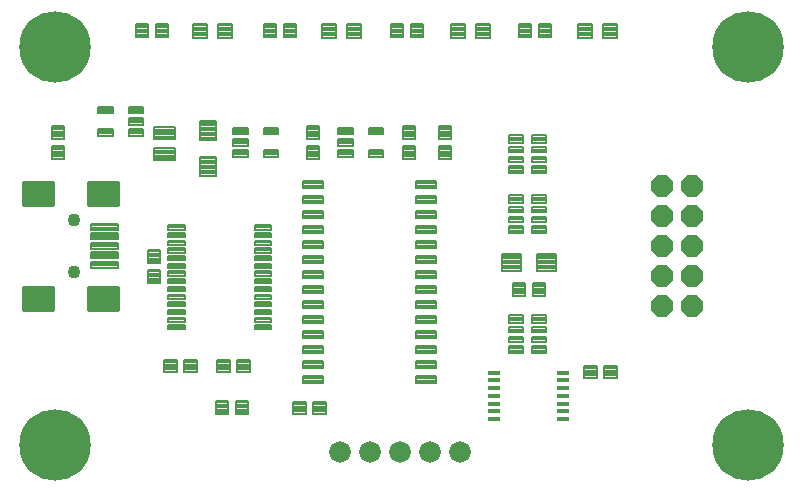
<source format=gts>
G75*
G70*
%OFA0B0*%
%FSLAX24Y24*%
%IPPOS*%
%LPD*%
%AMOC8*
5,1,8,0,0,1.08239X$1,22.5*
%
%ADD10C,0.0081*%
%ADD11C,0.0083*%
%ADD12C,0.0082*%
%ADD13C,0.0080*%
%ADD14C,0.0080*%
%ADD15C,0.0082*%
%ADD16R,0.0394X0.0177*%
%ADD17C,0.0720*%
%ADD18OC8,0.0720*%
%ADD19C,0.0081*%
%ADD20C,0.2380*%
%ADD21C,0.0087*%
%ADD22C,0.0434*%
%ADD23C,0.0081*%
%ADD24C,0.0082*%
D10*
X008150Y008284D02*
X008544Y008284D01*
X008544Y007852D01*
X008150Y007852D01*
X008150Y008284D01*
X008150Y007932D02*
X008544Y007932D01*
X008544Y008012D02*
X008150Y008012D01*
X008150Y008092D02*
X008544Y008092D01*
X008544Y008172D02*
X008150Y008172D01*
X008150Y008252D02*
X008544Y008252D01*
X008820Y008284D02*
X009214Y008284D01*
X009214Y007852D01*
X008820Y007852D01*
X008820Y008284D01*
X008820Y007932D02*
X009214Y007932D01*
X009214Y008012D02*
X008820Y008012D01*
X008820Y008092D02*
X009214Y008092D01*
X009214Y008172D02*
X008820Y008172D01*
X008820Y008252D02*
X009214Y008252D01*
X010731Y008265D02*
X011163Y008265D01*
X011163Y007871D01*
X010731Y007871D01*
X010731Y008265D01*
X010731Y007951D02*
X011163Y007951D01*
X011163Y008031D02*
X010731Y008031D01*
X010731Y008111D02*
X011163Y008111D01*
X011163Y008191D02*
X010731Y008191D01*
X011401Y008265D02*
X011833Y008265D01*
X011833Y007871D01*
X011401Y007871D01*
X011401Y008265D01*
X011401Y007951D02*
X011833Y007951D01*
X011833Y008031D02*
X011401Y008031D01*
X011401Y008111D02*
X011833Y008111D01*
X011833Y008191D02*
X011401Y008191D01*
X009283Y009665D02*
X008851Y009665D01*
X009283Y009665D02*
X009283Y009271D01*
X008851Y009271D01*
X008851Y009665D01*
X008851Y009351D02*
X009283Y009351D01*
X009283Y009431D02*
X008851Y009431D01*
X008851Y009511D02*
X009283Y009511D01*
X009283Y009591D02*
X008851Y009591D01*
X008613Y009665D02*
X008181Y009665D01*
X008613Y009665D02*
X008613Y009271D01*
X008181Y009271D01*
X008181Y009665D01*
X008181Y009351D02*
X008613Y009351D01*
X008613Y009431D02*
X008181Y009431D01*
X008181Y009511D02*
X008613Y009511D01*
X008613Y009591D02*
X008181Y009591D01*
X007533Y009665D02*
X007101Y009665D01*
X007533Y009665D02*
X007533Y009271D01*
X007101Y009271D01*
X007101Y009665D01*
X007101Y009351D02*
X007533Y009351D01*
X007533Y009431D02*
X007101Y009431D01*
X007101Y009511D02*
X007533Y009511D01*
X007533Y009591D02*
X007101Y009591D01*
X006863Y009665D02*
X006431Y009665D01*
X006863Y009665D02*
X006863Y009271D01*
X006431Y009271D01*
X006431Y009665D01*
X006431Y009351D02*
X006863Y009351D01*
X006863Y009431D02*
X006431Y009431D01*
X006431Y009511D02*
X006863Y009511D01*
X006863Y009591D02*
X006431Y009591D01*
X005885Y012217D02*
X005885Y012649D01*
X006279Y012649D01*
X006279Y012217D01*
X005885Y012217D01*
X005885Y012297D02*
X006279Y012297D01*
X006279Y012377D02*
X005885Y012377D01*
X005885Y012457D02*
X006279Y012457D01*
X006279Y012537D02*
X005885Y012537D01*
X005885Y012617D02*
X006279Y012617D01*
X005885Y012886D02*
X005885Y013318D01*
X006279Y013318D01*
X006279Y012886D01*
X005885Y012886D01*
X005885Y012966D02*
X006279Y012966D01*
X006279Y013046D02*
X005885Y013046D01*
X005885Y013126D02*
X006279Y013126D01*
X006279Y013206D02*
X005885Y013206D01*
X005885Y013286D02*
X006279Y013286D01*
X002685Y016367D02*
X002685Y016799D01*
X003079Y016799D01*
X003079Y016367D01*
X002685Y016367D01*
X002685Y016447D02*
X003079Y016447D01*
X003079Y016527D02*
X002685Y016527D01*
X002685Y016607D02*
X003079Y016607D01*
X003079Y016687D02*
X002685Y016687D01*
X002685Y016767D02*
X003079Y016767D01*
X002685Y017036D02*
X002685Y017468D01*
X003079Y017468D01*
X003079Y017036D01*
X002685Y017036D01*
X002685Y017116D02*
X003079Y017116D01*
X003079Y017196D02*
X002685Y017196D01*
X002685Y017276D02*
X003079Y017276D01*
X003079Y017356D02*
X002685Y017356D01*
X002685Y017436D02*
X003079Y017436D01*
X005500Y020860D02*
X005894Y020860D01*
X005894Y020428D01*
X005500Y020428D01*
X005500Y020860D01*
X005500Y020508D02*
X005894Y020508D01*
X005894Y020588D02*
X005500Y020588D01*
X005500Y020668D02*
X005894Y020668D01*
X005894Y020748D02*
X005500Y020748D01*
X005500Y020828D02*
X005894Y020828D01*
X006170Y020860D02*
X006564Y020860D01*
X006564Y020428D01*
X006170Y020428D01*
X006170Y020860D01*
X006170Y020508D02*
X006564Y020508D01*
X006564Y020588D02*
X006170Y020588D01*
X006170Y020668D02*
X006564Y020668D01*
X006564Y020748D02*
X006170Y020748D01*
X006170Y020828D02*
X006564Y020828D01*
X009750Y020860D02*
X010144Y020860D01*
X010144Y020428D01*
X009750Y020428D01*
X009750Y020860D01*
X009750Y020508D02*
X010144Y020508D01*
X010144Y020588D02*
X009750Y020588D01*
X009750Y020668D02*
X010144Y020668D01*
X010144Y020748D02*
X009750Y020748D01*
X009750Y020828D02*
X010144Y020828D01*
X010420Y020860D02*
X010814Y020860D01*
X010814Y020428D01*
X010420Y020428D01*
X010420Y020860D01*
X010420Y020508D02*
X010814Y020508D01*
X010814Y020588D02*
X010420Y020588D01*
X010420Y020668D02*
X010814Y020668D01*
X010814Y020748D02*
X010420Y020748D01*
X010420Y020828D02*
X010814Y020828D01*
X014000Y020860D02*
X014394Y020860D01*
X014394Y020428D01*
X014000Y020428D01*
X014000Y020860D01*
X014000Y020508D02*
X014394Y020508D01*
X014394Y020588D02*
X014000Y020588D01*
X014000Y020668D02*
X014394Y020668D01*
X014394Y020748D02*
X014000Y020748D01*
X014000Y020828D02*
X014394Y020828D01*
X014670Y020860D02*
X015064Y020860D01*
X015064Y020428D01*
X014670Y020428D01*
X014670Y020860D01*
X014670Y020508D02*
X015064Y020508D01*
X015064Y020588D02*
X014670Y020588D01*
X014670Y020668D02*
X015064Y020668D01*
X015064Y020748D02*
X014670Y020748D01*
X014670Y020828D02*
X015064Y020828D01*
X018250Y020860D02*
X018644Y020860D01*
X018644Y020428D01*
X018250Y020428D01*
X018250Y020860D01*
X018250Y020508D02*
X018644Y020508D01*
X018644Y020588D02*
X018250Y020588D01*
X018250Y020668D02*
X018644Y020668D01*
X018644Y020748D02*
X018250Y020748D01*
X018250Y020828D02*
X018644Y020828D01*
X018920Y020860D02*
X019314Y020860D01*
X019314Y020428D01*
X018920Y020428D01*
X018920Y020860D01*
X018920Y020508D02*
X019314Y020508D01*
X019314Y020588D02*
X018920Y020588D01*
X018920Y020668D02*
X019314Y020668D01*
X019314Y020748D02*
X018920Y020748D01*
X018920Y020828D02*
X019314Y020828D01*
X015979Y017468D02*
X015979Y017036D01*
X015585Y017036D01*
X015585Y017468D01*
X015979Y017468D01*
X015979Y017116D02*
X015585Y017116D01*
X015585Y017196D02*
X015979Y017196D01*
X015979Y017276D02*
X015585Y017276D01*
X015585Y017356D02*
X015979Y017356D01*
X015979Y017436D02*
X015585Y017436D01*
X014385Y017468D02*
X014385Y017036D01*
X014385Y017468D02*
X014779Y017468D01*
X014779Y017036D01*
X014385Y017036D01*
X014385Y017116D02*
X014779Y017116D01*
X014779Y017196D02*
X014385Y017196D01*
X014385Y017276D02*
X014779Y017276D01*
X014779Y017356D02*
X014385Y017356D01*
X014385Y017436D02*
X014779Y017436D01*
X014385Y016799D02*
X014385Y016367D01*
X014385Y016799D02*
X014779Y016799D01*
X014779Y016367D01*
X014385Y016367D01*
X014385Y016447D02*
X014779Y016447D01*
X014779Y016527D02*
X014385Y016527D01*
X014385Y016607D02*
X014779Y016607D01*
X014779Y016687D02*
X014385Y016687D01*
X014385Y016767D02*
X014779Y016767D01*
X015979Y016799D02*
X015979Y016367D01*
X015585Y016367D01*
X015585Y016799D01*
X015979Y016799D01*
X015979Y016447D02*
X015585Y016447D01*
X015585Y016527D02*
X015979Y016527D01*
X015979Y016607D02*
X015585Y016607D01*
X015585Y016687D02*
X015979Y016687D01*
X015979Y016767D02*
X015585Y016767D01*
X011185Y016799D02*
X011185Y016367D01*
X011185Y016799D02*
X011579Y016799D01*
X011579Y016367D01*
X011185Y016367D01*
X011185Y016447D02*
X011579Y016447D01*
X011579Y016527D02*
X011185Y016527D01*
X011185Y016607D02*
X011579Y016607D01*
X011579Y016687D02*
X011185Y016687D01*
X011185Y016767D02*
X011579Y016767D01*
X011185Y017036D02*
X011185Y017468D01*
X011579Y017468D01*
X011579Y017036D01*
X011185Y017036D01*
X011185Y017116D02*
X011579Y017116D01*
X011579Y017196D02*
X011185Y017196D01*
X011185Y017276D02*
X011579Y017276D01*
X011579Y017356D02*
X011185Y017356D01*
X011185Y017436D02*
X011579Y017436D01*
X018050Y012234D02*
X018444Y012234D01*
X018444Y011802D01*
X018050Y011802D01*
X018050Y012234D01*
X018050Y011882D02*
X018444Y011882D01*
X018444Y011962D02*
X018050Y011962D01*
X018050Y012042D02*
X018444Y012042D01*
X018444Y012122D02*
X018050Y012122D01*
X018050Y012202D02*
X018444Y012202D01*
X018720Y012234D02*
X019114Y012234D01*
X019114Y011802D01*
X018720Y011802D01*
X018720Y012234D01*
X018720Y011882D02*
X019114Y011882D01*
X019114Y011962D02*
X018720Y011962D01*
X018720Y012042D02*
X019114Y012042D01*
X019114Y012122D02*
X018720Y012122D01*
X018720Y012202D02*
X019114Y012202D01*
X020431Y009071D02*
X020863Y009071D01*
X020431Y009071D02*
X020431Y009465D01*
X020863Y009465D01*
X020863Y009071D01*
X020863Y009151D02*
X020431Y009151D01*
X020431Y009231D02*
X020863Y009231D01*
X020863Y009311D02*
X020431Y009311D01*
X020431Y009391D02*
X020863Y009391D01*
X021101Y009071D02*
X021533Y009071D01*
X021101Y009071D02*
X021101Y009465D01*
X021533Y009465D01*
X021533Y009071D01*
X021533Y009151D02*
X021101Y009151D01*
X021101Y009231D02*
X021533Y009231D01*
X021533Y009311D02*
X021101Y009311D01*
X021101Y009391D02*
X021533Y009391D01*
D11*
X021060Y020409D02*
X021060Y020879D01*
X021530Y020879D01*
X021530Y020409D01*
X021060Y020409D01*
X021060Y020491D02*
X021530Y020491D01*
X021530Y020573D02*
X021060Y020573D01*
X021060Y020655D02*
X021530Y020655D01*
X021530Y020737D02*
X021060Y020737D01*
X021060Y020819D02*
X021530Y020819D01*
X020234Y020879D02*
X020234Y020409D01*
X020234Y020879D02*
X020704Y020879D01*
X020704Y020409D01*
X020234Y020409D01*
X020234Y020491D02*
X020704Y020491D01*
X020704Y020573D02*
X020234Y020573D01*
X020234Y020655D02*
X020704Y020655D01*
X020704Y020737D02*
X020234Y020737D01*
X020234Y020819D02*
X020704Y020819D01*
X016810Y020879D02*
X016810Y020409D01*
X016810Y020879D02*
X017280Y020879D01*
X017280Y020409D01*
X016810Y020409D01*
X016810Y020491D02*
X017280Y020491D01*
X017280Y020573D02*
X016810Y020573D01*
X016810Y020655D02*
X017280Y020655D01*
X017280Y020737D02*
X016810Y020737D01*
X016810Y020819D02*
X017280Y020819D01*
X015984Y020879D02*
X015984Y020409D01*
X015984Y020879D02*
X016454Y020879D01*
X016454Y020409D01*
X015984Y020409D01*
X015984Y020491D02*
X016454Y020491D01*
X016454Y020573D02*
X015984Y020573D01*
X015984Y020655D02*
X016454Y020655D01*
X016454Y020737D02*
X015984Y020737D01*
X015984Y020819D02*
X016454Y020819D01*
X012510Y020879D02*
X012510Y020409D01*
X012510Y020879D02*
X012980Y020879D01*
X012980Y020409D01*
X012510Y020409D01*
X012510Y020491D02*
X012980Y020491D01*
X012980Y020573D02*
X012510Y020573D01*
X012510Y020655D02*
X012980Y020655D01*
X012980Y020737D02*
X012510Y020737D01*
X012510Y020819D02*
X012980Y020819D01*
X011684Y020879D02*
X011684Y020409D01*
X011684Y020879D02*
X012154Y020879D01*
X012154Y020409D01*
X011684Y020409D01*
X011684Y020491D02*
X012154Y020491D01*
X012154Y020573D02*
X011684Y020573D01*
X011684Y020655D02*
X012154Y020655D01*
X012154Y020737D02*
X011684Y020737D01*
X011684Y020819D02*
X012154Y020819D01*
X008210Y020879D02*
X008210Y020409D01*
X008210Y020879D02*
X008680Y020879D01*
X008680Y020409D01*
X008210Y020409D01*
X008210Y020491D02*
X008680Y020491D01*
X008680Y020573D02*
X008210Y020573D01*
X008210Y020655D02*
X008680Y020655D01*
X008680Y020737D02*
X008210Y020737D01*
X008210Y020819D02*
X008680Y020819D01*
X007384Y020879D02*
X007384Y020409D01*
X007384Y020879D02*
X007854Y020879D01*
X007854Y020409D01*
X007384Y020409D01*
X007384Y020491D02*
X007854Y020491D01*
X007854Y020573D02*
X007384Y020573D01*
X007384Y020655D02*
X007854Y020655D01*
X007854Y020737D02*
X007384Y020737D01*
X007384Y020819D02*
X007854Y020819D01*
D12*
X007608Y017622D02*
X007608Y016994D01*
X007608Y017622D02*
X008156Y017622D01*
X008156Y016994D01*
X007608Y016994D01*
X007608Y017075D02*
X008156Y017075D01*
X008156Y017156D02*
X007608Y017156D01*
X007608Y017237D02*
X008156Y017237D01*
X008156Y017318D02*
X007608Y017318D01*
X007608Y017399D02*
X008156Y017399D01*
X008156Y017480D02*
X007608Y017480D01*
X007608Y017561D02*
X008156Y017561D01*
X008156Y016441D02*
X008156Y015813D01*
X007608Y015813D01*
X007608Y016441D01*
X008156Y016441D01*
X008156Y015894D02*
X007608Y015894D01*
X007608Y015975D02*
X008156Y015975D01*
X008156Y016056D02*
X007608Y016056D01*
X007608Y016137D02*
X008156Y016137D01*
X008156Y016218D02*
X007608Y016218D01*
X007608Y016299D02*
X008156Y016299D01*
X008156Y016380D02*
X007608Y016380D01*
X017677Y012644D02*
X018305Y012644D01*
X017677Y012644D02*
X017677Y013192D01*
X018305Y013192D01*
X018305Y012644D01*
X018305Y012725D02*
X017677Y012725D01*
X017677Y012806D02*
X018305Y012806D01*
X018305Y012887D02*
X017677Y012887D01*
X017677Y012968D02*
X018305Y012968D01*
X018305Y013049D02*
X017677Y013049D01*
X017677Y013130D02*
X018305Y013130D01*
X018859Y013192D02*
X019487Y013192D01*
X019487Y012644D01*
X018859Y012644D01*
X018859Y013192D01*
X018859Y012725D02*
X019487Y012725D01*
X019487Y012806D02*
X018859Y012806D01*
X018859Y012887D02*
X019487Y012887D01*
X019487Y012968D02*
X018859Y012968D01*
X018859Y013049D02*
X019487Y013049D01*
X019487Y013130D02*
X018859Y013130D01*
D13*
X009996Y013125D02*
X009996Y012989D01*
X009446Y012989D01*
X009446Y013125D01*
X009996Y013125D01*
X009996Y013068D02*
X009446Y013068D01*
X009996Y013245D02*
X009996Y013381D01*
X009996Y013245D02*
X009446Y013245D01*
X009446Y013381D01*
X009996Y013381D01*
X009996Y013324D02*
X009446Y013324D01*
X009996Y013501D02*
X009996Y013637D01*
X009996Y013501D02*
X009446Y013501D01*
X009446Y013637D01*
X009996Y013637D01*
X009996Y013580D02*
X009446Y013580D01*
X009996Y013757D02*
X009996Y013893D01*
X009996Y013757D02*
X009446Y013757D01*
X009446Y013893D01*
X009996Y013893D01*
X009996Y013836D02*
X009446Y013836D01*
X009996Y014013D02*
X009996Y014149D01*
X009996Y014013D02*
X009446Y014013D01*
X009446Y014149D01*
X009996Y014149D01*
X009996Y014092D02*
X009446Y014092D01*
X009996Y012870D02*
X009996Y012734D01*
X009446Y012734D01*
X009446Y012870D01*
X009996Y012870D01*
X009996Y012813D02*
X009446Y012813D01*
X009996Y012614D02*
X009996Y012478D01*
X009446Y012478D01*
X009446Y012614D01*
X009996Y012614D01*
X009996Y012557D02*
X009446Y012557D01*
X009996Y012358D02*
X009996Y012222D01*
X009446Y012222D01*
X009446Y012358D01*
X009996Y012358D01*
X009996Y012301D02*
X009446Y012301D01*
X009996Y012102D02*
X009996Y011966D01*
X009446Y011966D01*
X009446Y012102D01*
X009996Y012102D01*
X009996Y012045D02*
X009446Y012045D01*
X009996Y011846D02*
X009996Y011710D01*
X009446Y011710D01*
X009446Y011846D01*
X009996Y011846D01*
X009996Y011789D02*
X009446Y011789D01*
X009996Y011590D02*
X009996Y011454D01*
X009446Y011454D01*
X009446Y011590D01*
X009996Y011590D01*
X009996Y011533D02*
X009446Y011533D01*
X009996Y011334D02*
X009996Y011198D01*
X009446Y011198D01*
X009446Y011334D01*
X009996Y011334D01*
X009996Y011277D02*
X009446Y011277D01*
X009996Y011078D02*
X009996Y010942D01*
X009446Y010942D01*
X009446Y011078D01*
X009996Y011078D01*
X009996Y011021D02*
X009446Y011021D01*
X009996Y010822D02*
X009996Y010686D01*
X009446Y010686D01*
X009446Y010822D01*
X009996Y010822D01*
X009996Y010765D02*
X009446Y010765D01*
X007118Y010822D02*
X007118Y010686D01*
X006568Y010686D01*
X006568Y010822D01*
X007118Y010822D01*
X007118Y010765D02*
X006568Y010765D01*
X007118Y010942D02*
X007118Y011078D01*
X007118Y010942D02*
X006568Y010942D01*
X006568Y011078D01*
X007118Y011078D01*
X007118Y011021D02*
X006568Y011021D01*
X007118Y011198D02*
X007118Y011334D01*
X007118Y011198D02*
X006568Y011198D01*
X006568Y011334D01*
X007118Y011334D01*
X007118Y011277D02*
X006568Y011277D01*
X007118Y011454D02*
X007118Y011590D01*
X007118Y011454D02*
X006568Y011454D01*
X006568Y011590D01*
X007118Y011590D01*
X007118Y011533D02*
X006568Y011533D01*
X007118Y011710D02*
X007118Y011846D01*
X007118Y011710D02*
X006568Y011710D01*
X006568Y011846D01*
X007118Y011846D01*
X007118Y011789D02*
X006568Y011789D01*
X007118Y011966D02*
X007118Y012102D01*
X007118Y011966D02*
X006568Y011966D01*
X006568Y012102D01*
X007118Y012102D01*
X007118Y012045D02*
X006568Y012045D01*
X007118Y012222D02*
X007118Y012358D01*
X007118Y012222D02*
X006568Y012222D01*
X006568Y012358D01*
X007118Y012358D01*
X007118Y012301D02*
X006568Y012301D01*
X007118Y012478D02*
X007118Y012614D01*
X007118Y012478D02*
X006568Y012478D01*
X006568Y012614D01*
X007118Y012614D01*
X007118Y012557D02*
X006568Y012557D01*
X007118Y012734D02*
X007118Y012870D01*
X007118Y012734D02*
X006568Y012734D01*
X006568Y012870D01*
X007118Y012870D01*
X007118Y012813D02*
X006568Y012813D01*
X007118Y012989D02*
X007118Y013125D01*
X007118Y012989D02*
X006568Y012989D01*
X006568Y013125D01*
X007118Y013125D01*
X007118Y013068D02*
X006568Y013068D01*
X007118Y013245D02*
X007118Y013381D01*
X007118Y013245D02*
X006568Y013245D01*
X006568Y013381D01*
X007118Y013381D01*
X007118Y013324D02*
X006568Y013324D01*
X007118Y013501D02*
X007118Y013637D01*
X007118Y013501D02*
X006568Y013501D01*
X006568Y013637D01*
X007118Y013637D01*
X007118Y013580D02*
X006568Y013580D01*
X007118Y013757D02*
X007118Y013893D01*
X007118Y013757D02*
X006568Y013757D01*
X006568Y013893D01*
X007118Y013893D01*
X007118Y013836D02*
X006568Y013836D01*
X007118Y014013D02*
X007118Y014149D01*
X007118Y014013D02*
X006568Y014013D01*
X006568Y014149D01*
X007118Y014149D01*
X007118Y014092D02*
X006568Y014092D01*
X003978Y014000D02*
X003978Y014196D01*
X004884Y014196D01*
X004884Y014000D01*
X003978Y014000D01*
X003978Y014079D02*
X004884Y014079D01*
X004884Y014158D02*
X003978Y014158D01*
X003978Y013881D02*
X003978Y013685D01*
X003978Y013881D02*
X004884Y013881D01*
X004884Y013685D01*
X003978Y013685D01*
X003978Y013764D02*
X004884Y013764D01*
X004884Y013843D02*
X003978Y013843D01*
X003978Y013566D02*
X003978Y013370D01*
X003978Y013566D02*
X004884Y013566D01*
X004884Y013370D01*
X003978Y013370D01*
X003978Y013449D02*
X004884Y013449D01*
X004884Y013528D02*
X003978Y013528D01*
X003978Y013251D02*
X003978Y013055D01*
X003978Y013251D02*
X004884Y013251D01*
X004884Y013055D01*
X003978Y013055D01*
X003978Y013134D02*
X004884Y013134D01*
X004884Y013213D02*
X003978Y013213D01*
X003978Y012936D02*
X003978Y012740D01*
X003978Y012936D02*
X004884Y012936D01*
X004884Y012740D01*
X003978Y012740D01*
X003978Y012819D02*
X004884Y012819D01*
X004884Y012898D02*
X003978Y012898D01*
D14*
X008734Y016436D02*
X008734Y016652D01*
X009206Y016652D01*
X009206Y016436D01*
X008734Y016436D01*
X008734Y016515D02*
X009206Y016515D01*
X009206Y016594D02*
X008734Y016594D01*
X008734Y016810D02*
X008734Y017026D01*
X009206Y017026D01*
X009206Y016810D01*
X008734Y016810D01*
X008734Y016889D02*
X009206Y016889D01*
X009206Y016968D02*
X008734Y016968D01*
X008734Y017184D02*
X008734Y017400D01*
X009206Y017400D01*
X009206Y017184D01*
X008734Y017184D01*
X008734Y017263D02*
X009206Y017263D01*
X009206Y017342D02*
X008734Y017342D01*
X009758Y017400D02*
X009758Y017184D01*
X009758Y017400D02*
X010230Y017400D01*
X010230Y017184D01*
X009758Y017184D01*
X009758Y017263D02*
X010230Y017263D01*
X010230Y017342D02*
X009758Y017342D01*
X009758Y016652D02*
X009758Y016436D01*
X009758Y016652D02*
X010230Y016652D01*
X010230Y016436D01*
X009758Y016436D01*
X009758Y016515D02*
X010230Y016515D01*
X010230Y016594D02*
X009758Y016594D01*
X012234Y016652D02*
X012234Y016436D01*
X012234Y016652D02*
X012706Y016652D01*
X012706Y016436D01*
X012234Y016436D01*
X012234Y016515D02*
X012706Y016515D01*
X012706Y016594D02*
X012234Y016594D01*
X012234Y016810D02*
X012234Y017026D01*
X012706Y017026D01*
X012706Y016810D01*
X012234Y016810D01*
X012234Y016889D02*
X012706Y016889D01*
X012706Y016968D02*
X012234Y016968D01*
X012234Y017184D02*
X012234Y017400D01*
X012706Y017400D01*
X012706Y017184D01*
X012234Y017184D01*
X012234Y017263D02*
X012706Y017263D01*
X012706Y017342D02*
X012234Y017342D01*
X013258Y017400D02*
X013258Y017184D01*
X013258Y017400D02*
X013730Y017400D01*
X013730Y017184D01*
X013258Y017184D01*
X013258Y017263D02*
X013730Y017263D01*
X013730Y017342D02*
X013258Y017342D01*
X013258Y016652D02*
X013258Y016436D01*
X013258Y016652D02*
X013730Y016652D01*
X013730Y016436D01*
X013258Y016436D01*
X013258Y016515D02*
X013730Y016515D01*
X013730Y016594D02*
X013258Y016594D01*
X005730Y017136D02*
X005730Y017352D01*
X005730Y017136D02*
X005258Y017136D01*
X005258Y017352D01*
X005730Y017352D01*
X005730Y017215D02*
X005258Y017215D01*
X005258Y017294D02*
X005730Y017294D01*
X005730Y017510D02*
X005730Y017726D01*
X005730Y017510D02*
X005258Y017510D01*
X005258Y017726D01*
X005730Y017726D01*
X005730Y017589D02*
X005258Y017589D01*
X005258Y017668D02*
X005730Y017668D01*
X005730Y017884D02*
X005730Y018100D01*
X005730Y017884D02*
X005258Y017884D01*
X005258Y018100D01*
X005730Y018100D01*
X005730Y017963D02*
X005258Y017963D01*
X005258Y018042D02*
X005730Y018042D01*
X004706Y018100D02*
X004706Y017884D01*
X004234Y017884D01*
X004234Y018100D01*
X004706Y018100D01*
X004706Y017963D02*
X004234Y017963D01*
X004234Y018042D02*
X004706Y018042D01*
X004706Y017352D02*
X004706Y017136D01*
X004234Y017136D01*
X004234Y017352D01*
X004706Y017352D01*
X004706Y017215D02*
X004234Y017215D01*
X004234Y017294D02*
X004706Y017294D01*
D15*
X006083Y017018D02*
X006781Y017018D01*
X006083Y017018D02*
X006083Y017418D01*
X006781Y017418D01*
X006781Y017018D01*
X006781Y017099D02*
X006083Y017099D01*
X006083Y017180D02*
X006781Y017180D01*
X006781Y017261D02*
X006083Y017261D01*
X006083Y017342D02*
X006781Y017342D01*
X006781Y016317D02*
X006083Y016317D01*
X006083Y016717D01*
X006781Y016717D01*
X006781Y016317D01*
X006781Y016398D02*
X006083Y016398D01*
X006083Y016479D02*
X006781Y016479D01*
X006781Y016560D02*
X006083Y016560D01*
X006083Y016641D02*
X006781Y016641D01*
D16*
X017430Y009235D03*
X017430Y008980D03*
X017430Y008724D03*
X017430Y008468D03*
X017430Y008212D03*
X017430Y007956D03*
X017430Y007700D03*
X019734Y007700D03*
X019734Y007956D03*
X019734Y008212D03*
X019734Y008468D03*
X019734Y008724D03*
X019734Y008980D03*
X019734Y009235D03*
D17*
X016282Y006594D03*
X015282Y006594D03*
X014282Y006594D03*
X013282Y006594D03*
X012282Y006594D03*
D18*
X023032Y011468D03*
X024032Y011468D03*
X024032Y012468D03*
X023032Y012468D03*
X023032Y013468D03*
X024032Y013468D03*
X024032Y014468D03*
X023032Y014468D03*
X023032Y015468D03*
X024032Y015468D03*
D19*
X014830Y015390D02*
X014830Y015646D01*
X015498Y015646D01*
X015498Y015390D01*
X014830Y015390D01*
X014830Y015470D02*
X015498Y015470D01*
X015498Y015550D02*
X014830Y015550D01*
X014830Y015630D02*
X015498Y015630D01*
X014830Y015146D02*
X014830Y014890D01*
X014830Y015146D02*
X015498Y015146D01*
X015498Y014890D01*
X014830Y014890D01*
X014830Y014970D02*
X015498Y014970D01*
X015498Y015050D02*
X014830Y015050D01*
X014830Y015130D02*
X015498Y015130D01*
X014830Y014646D02*
X014830Y014390D01*
X014830Y014646D02*
X015498Y014646D01*
X015498Y014390D01*
X014830Y014390D01*
X014830Y014470D02*
X015498Y014470D01*
X015498Y014550D02*
X014830Y014550D01*
X014830Y014630D02*
X015498Y014630D01*
X014830Y014146D02*
X014830Y013890D01*
X014830Y014146D02*
X015498Y014146D01*
X015498Y013890D01*
X014830Y013890D01*
X014830Y013970D02*
X015498Y013970D01*
X015498Y014050D02*
X014830Y014050D01*
X014830Y014130D02*
X015498Y014130D01*
X014830Y013646D02*
X014830Y013390D01*
X014830Y013646D02*
X015498Y013646D01*
X015498Y013390D01*
X014830Y013390D01*
X014830Y013470D02*
X015498Y013470D01*
X015498Y013550D02*
X014830Y013550D01*
X014830Y013630D02*
X015498Y013630D01*
X014830Y013146D02*
X014830Y012890D01*
X014830Y013146D02*
X015498Y013146D01*
X015498Y012890D01*
X014830Y012890D01*
X014830Y012970D02*
X015498Y012970D01*
X015498Y013050D02*
X014830Y013050D01*
X014830Y013130D02*
X015498Y013130D01*
X014830Y012646D02*
X014830Y012390D01*
X014830Y012646D02*
X015498Y012646D01*
X015498Y012390D01*
X014830Y012390D01*
X014830Y012470D02*
X015498Y012470D01*
X015498Y012550D02*
X014830Y012550D01*
X014830Y012630D02*
X015498Y012630D01*
X014830Y012146D02*
X014830Y011890D01*
X014830Y012146D02*
X015498Y012146D01*
X015498Y011890D01*
X014830Y011890D01*
X014830Y011970D02*
X015498Y011970D01*
X015498Y012050D02*
X014830Y012050D01*
X014830Y012130D02*
X015498Y012130D01*
X014830Y011646D02*
X014830Y011390D01*
X014830Y011646D02*
X015498Y011646D01*
X015498Y011390D01*
X014830Y011390D01*
X014830Y011470D02*
X015498Y011470D01*
X015498Y011550D02*
X014830Y011550D01*
X014830Y011630D02*
X015498Y011630D01*
X014830Y011146D02*
X014830Y010890D01*
X014830Y011146D02*
X015498Y011146D01*
X015498Y010890D01*
X014830Y010890D01*
X014830Y010970D02*
X015498Y010970D01*
X015498Y011050D02*
X014830Y011050D01*
X014830Y011130D02*
X015498Y011130D01*
X014830Y010646D02*
X014830Y010390D01*
X014830Y010646D02*
X015498Y010646D01*
X015498Y010390D01*
X014830Y010390D01*
X014830Y010470D02*
X015498Y010470D01*
X015498Y010550D02*
X014830Y010550D01*
X014830Y010630D02*
X015498Y010630D01*
X014830Y010146D02*
X014830Y009890D01*
X014830Y010146D02*
X015498Y010146D01*
X015498Y009890D01*
X014830Y009890D01*
X014830Y009970D02*
X015498Y009970D01*
X015498Y010050D02*
X014830Y010050D01*
X014830Y010130D02*
X015498Y010130D01*
X014830Y009646D02*
X014830Y009390D01*
X014830Y009646D02*
X015498Y009646D01*
X015498Y009390D01*
X014830Y009390D01*
X014830Y009470D02*
X015498Y009470D01*
X015498Y009550D02*
X014830Y009550D01*
X014830Y009630D02*
X015498Y009630D01*
X014830Y009146D02*
X014830Y008890D01*
X014830Y009146D02*
X015498Y009146D01*
X015498Y008890D01*
X014830Y008890D01*
X014830Y008970D02*
X015498Y008970D01*
X015498Y009050D02*
X014830Y009050D01*
X014830Y009130D02*
X015498Y009130D01*
X011066Y009146D02*
X011066Y008890D01*
X011066Y009146D02*
X011734Y009146D01*
X011734Y008890D01*
X011066Y008890D01*
X011066Y008970D02*
X011734Y008970D01*
X011734Y009050D02*
X011066Y009050D01*
X011066Y009130D02*
X011734Y009130D01*
X011066Y009390D02*
X011066Y009646D01*
X011734Y009646D01*
X011734Y009390D01*
X011066Y009390D01*
X011066Y009470D02*
X011734Y009470D01*
X011734Y009550D02*
X011066Y009550D01*
X011066Y009630D02*
X011734Y009630D01*
X011066Y009890D02*
X011066Y010146D01*
X011734Y010146D01*
X011734Y009890D01*
X011066Y009890D01*
X011066Y009970D02*
X011734Y009970D01*
X011734Y010050D02*
X011066Y010050D01*
X011066Y010130D02*
X011734Y010130D01*
X011066Y010390D02*
X011066Y010646D01*
X011734Y010646D01*
X011734Y010390D01*
X011066Y010390D01*
X011066Y010470D02*
X011734Y010470D01*
X011734Y010550D02*
X011066Y010550D01*
X011066Y010630D02*
X011734Y010630D01*
X011066Y010890D02*
X011066Y011146D01*
X011734Y011146D01*
X011734Y010890D01*
X011066Y010890D01*
X011066Y010970D02*
X011734Y010970D01*
X011734Y011050D02*
X011066Y011050D01*
X011066Y011130D02*
X011734Y011130D01*
X011066Y011390D02*
X011066Y011646D01*
X011734Y011646D01*
X011734Y011390D01*
X011066Y011390D01*
X011066Y011470D02*
X011734Y011470D01*
X011734Y011550D02*
X011066Y011550D01*
X011066Y011630D02*
X011734Y011630D01*
X011066Y011890D02*
X011066Y012146D01*
X011734Y012146D01*
X011734Y011890D01*
X011066Y011890D01*
X011066Y011970D02*
X011734Y011970D01*
X011734Y012050D02*
X011066Y012050D01*
X011066Y012130D02*
X011734Y012130D01*
X011066Y012390D02*
X011066Y012646D01*
X011734Y012646D01*
X011734Y012390D01*
X011066Y012390D01*
X011066Y012470D02*
X011734Y012470D01*
X011734Y012550D02*
X011066Y012550D01*
X011066Y012630D02*
X011734Y012630D01*
X011066Y012890D02*
X011066Y013146D01*
X011734Y013146D01*
X011734Y012890D01*
X011066Y012890D01*
X011066Y012970D02*
X011734Y012970D01*
X011734Y013050D02*
X011066Y013050D01*
X011066Y013130D02*
X011734Y013130D01*
X011066Y013390D02*
X011066Y013646D01*
X011734Y013646D01*
X011734Y013390D01*
X011066Y013390D01*
X011066Y013470D02*
X011734Y013470D01*
X011734Y013550D02*
X011066Y013550D01*
X011066Y013630D02*
X011734Y013630D01*
X011066Y013890D02*
X011066Y014146D01*
X011734Y014146D01*
X011734Y013890D01*
X011066Y013890D01*
X011066Y013970D02*
X011734Y013970D01*
X011734Y014050D02*
X011066Y014050D01*
X011066Y014130D02*
X011734Y014130D01*
X011066Y014390D02*
X011066Y014646D01*
X011734Y014646D01*
X011734Y014390D01*
X011066Y014390D01*
X011066Y014470D02*
X011734Y014470D01*
X011734Y014550D02*
X011066Y014550D01*
X011066Y014630D02*
X011734Y014630D01*
X011066Y014890D02*
X011066Y015146D01*
X011734Y015146D01*
X011734Y014890D01*
X011066Y014890D01*
X011066Y014970D02*
X011734Y014970D01*
X011734Y015050D02*
X011066Y015050D01*
X011066Y015130D02*
X011734Y015130D01*
X011066Y015390D02*
X011066Y015646D01*
X011734Y015646D01*
X011734Y015390D01*
X011066Y015390D01*
X011066Y015470D02*
X011734Y015470D01*
X011734Y015550D02*
X011066Y015550D01*
X011066Y015630D02*
X011734Y015630D01*
D20*
X002782Y006844D03*
X002782Y020092D03*
X025873Y020092D03*
X025873Y006844D03*
D21*
X003902Y011326D02*
X003902Y012106D01*
X004880Y012106D01*
X004880Y011326D01*
X003902Y011326D01*
X003902Y011412D02*
X004880Y011412D01*
X004880Y011498D02*
X003902Y011498D01*
X003902Y011584D02*
X004880Y011584D01*
X004880Y011670D02*
X003902Y011670D01*
X003902Y011756D02*
X004880Y011756D01*
X004880Y011842D02*
X003902Y011842D01*
X003902Y011928D02*
X004880Y011928D01*
X004880Y012014D02*
X003902Y012014D01*
X003902Y012100D02*
X004880Y012100D01*
X001737Y012106D02*
X001737Y011326D01*
X001737Y012106D02*
X002715Y012106D01*
X002715Y011326D01*
X001737Y011326D01*
X001737Y011412D02*
X002715Y011412D01*
X002715Y011498D02*
X001737Y011498D01*
X001737Y011584D02*
X002715Y011584D01*
X002715Y011670D02*
X001737Y011670D01*
X001737Y011756D02*
X002715Y011756D01*
X002715Y011842D02*
X001737Y011842D01*
X001737Y011928D02*
X002715Y011928D01*
X002715Y012014D02*
X001737Y012014D01*
X001737Y012100D02*
X002715Y012100D01*
X001737Y014830D02*
X001737Y015610D01*
X002715Y015610D01*
X002715Y014830D01*
X001737Y014830D01*
X001737Y014916D02*
X002715Y014916D01*
X002715Y015002D02*
X001737Y015002D01*
X001737Y015088D02*
X002715Y015088D01*
X002715Y015174D02*
X001737Y015174D01*
X001737Y015260D02*
X002715Y015260D01*
X002715Y015346D02*
X001737Y015346D01*
X001737Y015432D02*
X002715Y015432D01*
X002715Y015518D02*
X001737Y015518D01*
X001737Y015604D02*
X002715Y015604D01*
X003902Y015610D02*
X003902Y014830D01*
X003902Y015610D02*
X004880Y015610D01*
X004880Y014830D01*
X003902Y014830D01*
X003902Y014916D02*
X004880Y014916D01*
X004880Y015002D02*
X003902Y015002D01*
X003902Y015088D02*
X004880Y015088D01*
X004880Y015174D02*
X003902Y015174D01*
X003902Y015260D02*
X004880Y015260D01*
X004880Y015346D02*
X003902Y015346D01*
X003902Y015432D02*
X004880Y015432D01*
X004880Y015518D02*
X003902Y015518D01*
X003902Y015604D02*
X004880Y015604D01*
D22*
X003407Y014334D03*
X003407Y012602D03*
D23*
X017922Y014274D02*
X017922Y014446D01*
X018374Y014446D01*
X018374Y014274D01*
X017922Y014274D01*
X017922Y014354D02*
X018374Y014354D01*
X018374Y014434D02*
X017922Y014434D01*
X017922Y014589D02*
X017922Y014761D01*
X018374Y014761D01*
X018374Y014589D01*
X017922Y014589D01*
X017922Y014669D02*
X018374Y014669D01*
X018374Y014749D02*
X017922Y014749D01*
X018690Y014761D02*
X018690Y014589D01*
X018690Y014761D02*
X019142Y014761D01*
X019142Y014589D01*
X018690Y014589D01*
X018690Y014669D02*
X019142Y014669D01*
X019142Y014749D02*
X018690Y014749D01*
X018690Y014446D02*
X018690Y014274D01*
X018690Y014446D02*
X019142Y014446D01*
X019142Y014274D01*
X018690Y014274D01*
X018690Y014354D02*
X019142Y014354D01*
X019142Y014434D02*
X018690Y014434D01*
X018690Y016274D02*
X018690Y016446D01*
X019142Y016446D01*
X019142Y016274D01*
X018690Y016274D01*
X018690Y016354D02*
X019142Y016354D01*
X019142Y016434D02*
X018690Y016434D01*
X018690Y016589D02*
X018690Y016761D01*
X019142Y016761D01*
X019142Y016589D01*
X018690Y016589D01*
X018690Y016669D02*
X019142Y016669D01*
X019142Y016749D02*
X018690Y016749D01*
X017922Y016761D02*
X017922Y016589D01*
X017922Y016761D02*
X018374Y016761D01*
X018374Y016589D01*
X017922Y016589D01*
X017922Y016669D02*
X018374Y016669D01*
X018374Y016749D02*
X017922Y016749D01*
X017922Y016446D02*
X017922Y016274D01*
X017922Y016446D02*
X018374Y016446D01*
X018374Y016274D01*
X017922Y016274D01*
X017922Y016354D02*
X018374Y016354D01*
X018374Y016434D02*
X017922Y016434D01*
X017922Y010761D02*
X017922Y010589D01*
X017922Y010761D02*
X018374Y010761D01*
X018374Y010589D01*
X017922Y010589D01*
X017922Y010669D02*
X018374Y010669D01*
X018374Y010749D02*
X017922Y010749D01*
X017922Y010446D02*
X017922Y010274D01*
X017922Y010446D02*
X018374Y010446D01*
X018374Y010274D01*
X017922Y010274D01*
X017922Y010354D02*
X018374Y010354D01*
X018374Y010434D02*
X017922Y010434D01*
X018690Y010446D02*
X018690Y010274D01*
X018690Y010446D02*
X019142Y010446D01*
X019142Y010274D01*
X018690Y010274D01*
X018690Y010354D02*
X019142Y010354D01*
X019142Y010434D02*
X018690Y010434D01*
X018690Y010589D02*
X018690Y010761D01*
X019142Y010761D01*
X019142Y010589D01*
X018690Y010589D01*
X018690Y010669D02*
X019142Y010669D01*
X019142Y010749D02*
X018690Y010749D01*
D24*
X018691Y010905D02*
X018691Y011151D01*
X019141Y011151D01*
X019141Y010905D01*
X018691Y010905D01*
X018691Y010986D02*
X019141Y010986D01*
X019141Y011067D02*
X018691Y011067D01*
X018691Y011148D02*
X019141Y011148D01*
X017923Y011151D02*
X017923Y010905D01*
X017923Y011151D02*
X018373Y011151D01*
X018373Y010905D01*
X017923Y010905D01*
X017923Y010986D02*
X018373Y010986D01*
X018373Y011067D02*
X017923Y011067D01*
X017923Y011148D02*
X018373Y011148D01*
X017923Y010131D02*
X017923Y009885D01*
X017923Y010131D02*
X018373Y010131D01*
X018373Y009885D01*
X017923Y009885D01*
X017923Y009966D02*
X018373Y009966D01*
X018373Y010047D02*
X017923Y010047D01*
X017923Y010128D02*
X018373Y010128D01*
X018691Y010131D02*
X018691Y009885D01*
X018691Y010131D02*
X019141Y010131D01*
X019141Y009885D01*
X018691Y009885D01*
X018691Y009966D02*
X019141Y009966D01*
X019141Y010047D02*
X018691Y010047D01*
X018691Y010128D02*
X019141Y010128D01*
X018691Y013885D02*
X018691Y014131D01*
X019141Y014131D01*
X019141Y013885D01*
X018691Y013885D01*
X018691Y013966D02*
X019141Y013966D01*
X019141Y014047D02*
X018691Y014047D01*
X018691Y014128D02*
X019141Y014128D01*
X017923Y014131D02*
X017923Y013885D01*
X017923Y014131D02*
X018373Y014131D01*
X018373Y013885D01*
X017923Y013885D01*
X017923Y013966D02*
X018373Y013966D01*
X018373Y014047D02*
X017923Y014047D01*
X017923Y014128D02*
X018373Y014128D01*
X017923Y014905D02*
X017923Y015151D01*
X018373Y015151D01*
X018373Y014905D01*
X017923Y014905D01*
X017923Y014986D02*
X018373Y014986D01*
X018373Y015067D02*
X017923Y015067D01*
X017923Y015148D02*
X018373Y015148D01*
X018691Y015151D02*
X018691Y014905D01*
X018691Y015151D02*
X019141Y015151D01*
X019141Y014905D01*
X018691Y014905D01*
X018691Y014986D02*
X019141Y014986D01*
X019141Y015067D02*
X018691Y015067D01*
X018691Y015148D02*
X019141Y015148D01*
X018691Y015885D02*
X018691Y016131D01*
X019141Y016131D01*
X019141Y015885D01*
X018691Y015885D01*
X018691Y015966D02*
X019141Y015966D01*
X019141Y016047D02*
X018691Y016047D01*
X018691Y016128D02*
X019141Y016128D01*
X017923Y016131D02*
X017923Y015885D01*
X017923Y016131D02*
X018373Y016131D01*
X018373Y015885D01*
X017923Y015885D01*
X017923Y015966D02*
X018373Y015966D01*
X018373Y016047D02*
X017923Y016047D01*
X017923Y016128D02*
X018373Y016128D01*
X017923Y016905D02*
X017923Y017151D01*
X018373Y017151D01*
X018373Y016905D01*
X017923Y016905D01*
X017923Y016986D02*
X018373Y016986D01*
X018373Y017067D02*
X017923Y017067D01*
X017923Y017148D02*
X018373Y017148D01*
X018691Y017151D02*
X018691Y016905D01*
X018691Y017151D02*
X019141Y017151D01*
X019141Y016905D01*
X018691Y016905D01*
X018691Y016986D02*
X019141Y016986D01*
X019141Y017067D02*
X018691Y017067D01*
X018691Y017148D02*
X019141Y017148D01*
M02*

</source>
